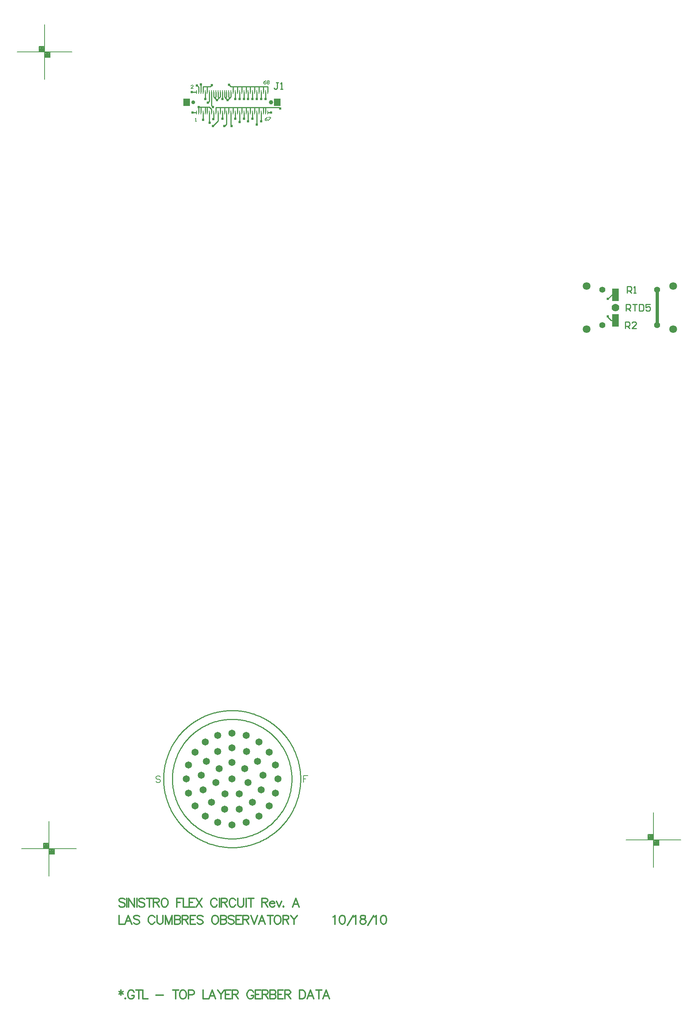
<source format=gtl>
%FSLAX23Y23*%
%MOIN*%
G70*
G01*
G75*
G04 Layer_Physical_Order=1*
G04 Layer_Color=255*
%ADD10C,0.010*%
%ADD11R,0.010X0.035*%
%ADD12R,0.063X0.071*%
%ADD13R,0.059X0.118*%
%ADD14C,0.030*%
%ADD15C,0.012*%
%ADD16C,0.008*%
%ADD17C,0.005*%
%ADD18C,0.012*%
%ADD19C,0.012*%
%ADD20C,0.065*%
%ADD21C,0.039*%
%ADD22C,0.035*%
%ADD23C,0.070*%
%ADD24C,0.055*%
%ADD25C,0.071*%
%ADD26C,0.024*%
D10*
X14424Y12609D02*
X14424Y12619D01*
X14423Y12629D01*
X14423Y12639D01*
X14422Y12649D01*
X14421Y12659D01*
X14420Y12669D01*
X14419Y12679D01*
X14418Y12689D01*
X14416Y12699D01*
X14414Y12709D01*
X14413Y12718D01*
X14410Y12728D01*
X14408Y12738D01*
X14406Y12748D01*
X14403Y12757D01*
X14400Y12767D01*
X14397Y12777D01*
X14394Y12786D01*
X14391Y12795D01*
X14387Y12805D01*
X14384Y12814D01*
X14380Y12823D01*
X14376Y12833D01*
X14371Y12842D01*
X14367Y12851D01*
X14363Y12860D01*
X14358Y12868D01*
X14353Y12877D01*
X14348Y12886D01*
X14343Y12894D01*
X14338Y12903D01*
X14332Y12911D01*
X14326Y12920D01*
X14321Y12928D01*
X14315Y12936D01*
X14309Y12944D01*
X14302Y12952D01*
X14296Y12959D01*
X14290Y12967D01*
X14283Y12975D01*
X14276Y12982D01*
X14269Y12989D01*
X14262Y12996D01*
X14255Y13003D01*
X14248Y13010D01*
X14240Y13017D01*
X14233Y13023D01*
X14225Y13030D01*
X14217Y13036D01*
X14209Y13042D01*
X14201Y13048D01*
X14193Y13054D01*
X14185Y13060D01*
X14177Y13065D01*
X14168Y13071D01*
X14160Y13076D01*
X14151Y13081D01*
X14142Y13086D01*
X14134Y13091D01*
X14125Y13095D01*
X14116Y13100D01*
X14107Y13104D01*
X14098Y13108D01*
X14088Y13112D01*
X14079Y13116D01*
X14070Y13119D01*
X14060Y13123D01*
X14051Y13126D01*
X14041Y13129D01*
X14032Y13132D01*
X14022Y13135D01*
X14012Y13137D01*
X14003Y13140D01*
X13993Y13142D01*
X13983Y13144D01*
X13973Y13146D01*
X13963Y13147D01*
X13953Y13149D01*
X13944Y13150D01*
X13934Y13151D01*
X13924Y13152D01*
X13914Y13153D01*
X13904Y13154D01*
X13894Y13154D01*
X13884Y13154D01*
X13874D01*
X13864Y13154D01*
X13854Y13154D01*
X13844Y13153D01*
X13834Y13152D01*
X13824Y13151D01*
X13814Y13150D01*
X13804Y13149D01*
X13794Y13147D01*
X13784Y13146D01*
X13774Y13144D01*
X13764Y13142D01*
X13755Y13140D01*
X13745Y13137D01*
X13735Y13135D01*
X13725Y13132D01*
X13716Y13129D01*
X13706Y13126D01*
X13697Y13123D01*
X13687Y13119D01*
X13678Y13116D01*
X13669Y13112D01*
X13660Y13108D01*
X13651Y13104D01*
X13641Y13100D01*
X13632Y13095D01*
X13624Y13091D01*
X13615Y13086D01*
X13606Y13081D01*
X13597Y13076D01*
X13589Y13071D01*
X13580Y13065D01*
X13572Y13060D01*
X13564Y13054D01*
X13556Y13048D01*
X13548Y13042D01*
X13540Y13036D01*
X13532Y13030D01*
X13524Y13023D01*
X13517Y13017D01*
X13509Y13010D01*
X13502Y13003D01*
X13495Y12996D01*
X13488Y12989D01*
X13481Y12982D01*
X13474Y12975D01*
X13468Y12967D01*
X13461Y12959D01*
X13455Y12952D01*
X13448Y12944D01*
X13442Y12936D01*
X13436Y12928D01*
X13431Y12920D01*
X13425Y12911D01*
X13420Y12903D01*
X13414Y12894D01*
X13409Y12886D01*
X13404Y12877D01*
X13399Y12868D01*
X13395Y12860D01*
X13390Y12851D01*
X13386Y12842D01*
X13382Y12833D01*
X13377Y12823D01*
X13374Y12814D01*
X13370Y12805D01*
X13366Y12795D01*
X13363Y12786D01*
X13360Y12777D01*
X13357Y12767D01*
X13354Y12757D01*
X13351Y12748D01*
X13349Y12738D01*
X13347Y12728D01*
X13345Y12718D01*
X13343Y12709D01*
X13341Y12699D01*
X13339Y12689D01*
X13338Y12679D01*
X13337Y12669D01*
X13336Y12659D01*
X13335Y12649D01*
X13334Y12639D01*
X13334Y12629D01*
X13334Y12619D01*
X13334Y12609D01*
X13334Y12599D01*
X13334Y12589D01*
X13334Y12579D01*
X13335Y12569D01*
X13336Y12559D01*
X13337Y12549D01*
X13338Y12539D01*
X13339Y12529D01*
X13341Y12519D01*
X13343Y12510D01*
X13345Y12500D01*
X13347Y12490D01*
X13349Y12480D01*
X13351Y12470D01*
X13354Y12461D01*
X13357Y12451D01*
X13360Y12442D01*
X13363Y12432D01*
X13366Y12423D01*
X13370Y12413D01*
X13374Y12404D01*
X13377Y12395D01*
X13382Y12386D01*
X13386Y12376D01*
X13390Y12367D01*
X13395Y12359D01*
X13399Y12350D01*
X13404Y12341D01*
X13409Y12332D01*
X13414Y12324D01*
X13420Y12315D01*
X13425Y12307D01*
X13431Y12299D01*
X13436Y12290D01*
X13442Y12282D01*
X13448Y12274D01*
X13455Y12266D01*
X13461Y12259D01*
X13468Y12251D01*
X13474Y12244D01*
X13481Y12236D01*
X13488Y12229D01*
X13495Y12222D01*
X13502Y12215D01*
X13509Y12208D01*
X13517Y12201D01*
X13524Y12195D01*
X13532Y12188D01*
X13540Y12182D01*
X13548Y12176D01*
X13556Y12170D01*
X13564Y12164D01*
X13572Y12158D01*
X13580Y12153D01*
X13589Y12147D01*
X13597Y12142D01*
X13606Y12137D01*
X13615Y12132D01*
X13624Y12127D01*
X13632Y12123D01*
X13641Y12118D01*
X13651Y12114D01*
X13660Y12110D01*
X13669Y12106D01*
X13678Y12102D01*
X13687Y12099D01*
X13697Y12095D01*
X13706Y12092D01*
X13716Y12089D01*
X13725Y12086D01*
X13735Y12083D01*
X13745Y12081D01*
X13755Y12078D01*
X13764Y12076D01*
X13774Y12074D01*
X13784Y12072D01*
X13794Y12071D01*
X13804Y12069D01*
X13814Y12068D01*
X13824Y12067D01*
X13834Y12066D01*
X13844Y12065D01*
X13854Y12065D01*
X13864Y12064D01*
X13874Y12064D01*
X13884D01*
X13894Y12064D01*
X13904Y12065D01*
X13914Y12065D01*
X13924Y12066D01*
X13934Y12067D01*
X13944Y12068D01*
X13953Y12069D01*
X13963Y12071D01*
X13973Y12072D01*
X13983Y12074D01*
X13993Y12076D01*
X14003Y12078D01*
X14012Y12081D01*
X14022Y12083D01*
X14032Y12086D01*
X14041Y12089D01*
X14051Y12092D01*
X14060Y12095D01*
X14070Y12099D01*
X14079Y12102D01*
X14088Y12106D01*
X14098Y12110D01*
X14107Y12114D01*
X14116Y12118D01*
X14125Y12123D01*
X14134Y12127D01*
X14142Y12132D01*
X14151Y12137D01*
X14160Y12142D01*
X14168Y12147D01*
X14177Y12153D01*
X14185Y12158D01*
X14193Y12164D01*
X14201Y12170D01*
X14209Y12176D01*
X14217Y12182D01*
X14225Y12188D01*
X14233Y12195D01*
X14240Y12201D01*
X14248Y12208D01*
X14255Y12215D01*
X14262Y12222D01*
X14269Y12229D01*
X14276Y12236D01*
X14283Y12244D01*
X14290Y12251D01*
X14296Y12259D01*
X14302Y12266D01*
X14309Y12274D01*
X14315Y12282D01*
X14321Y12290D01*
X14326Y12299D01*
X14332Y12307D01*
X14338Y12315D01*
X14343Y12324D01*
X14348Y12332D01*
X14353Y12341D01*
X14358Y12350D01*
X14363Y12359D01*
X14367Y12367D01*
X14371Y12376D01*
X14376Y12386D01*
X14380Y12395D01*
X14384Y12404D01*
X14387Y12413D01*
X14391Y12423D01*
X14394Y12432D01*
X14397Y12442D01*
X14400Y12451D01*
X14403Y12461D01*
X14406Y12470D01*
X14408Y12480D01*
X14410Y12490D01*
X14413Y12500D01*
X14414Y12510D01*
X14416Y12519D01*
X14418Y12529D01*
X14419Y12539D01*
X14420Y12549D01*
X14421Y12559D01*
X14422Y12569D01*
X14423Y12579D01*
X14423Y12589D01*
X14424Y12599D01*
X14424Y12609D01*
X14504D02*
X14504Y12619D01*
X14503Y12629D01*
X14503Y12639D01*
X14502Y12649D01*
X14502Y12659D01*
X14501Y12669D01*
X14500Y12679D01*
X14499Y12689D01*
X14497Y12699D01*
X14496Y12709D01*
X14494Y12718D01*
X14492Y12728D01*
X14490Y12738D01*
X14488Y12748D01*
X14486Y12758D01*
X14483Y12767D01*
X14481Y12777D01*
X14478Y12786D01*
X14475Y12796D01*
X14472Y12806D01*
X14469Y12815D01*
X14465Y12824D01*
X14462Y12834D01*
X14458Y12843D01*
X14454Y12852D01*
X14450Y12861D01*
X14446Y12871D01*
X14442Y12880D01*
X14438Y12889D01*
X14433Y12898D01*
X14428Y12906D01*
X14424Y12915D01*
X14419Y12924D01*
X14414Y12932D01*
X14408Y12941D01*
X14403Y12949D01*
X14397Y12958D01*
X14392Y12966D01*
X14386Y12974D01*
X14380Y12982D01*
X14374Y12990D01*
X14368Y12998D01*
X14362Y13006D01*
X14355Y13013D01*
X14349Y13021D01*
X14342Y13028D01*
X14335Y13036D01*
X14328Y13043D01*
X14321Y13050D01*
X14314Y13057D01*
X14307Y13064D01*
X14300Y13071D01*
X14292Y13078D01*
X14285Y13084D01*
X14277Y13091D01*
X14269Y13097D01*
X14262Y13103D01*
X14254Y13109D01*
X14246Y13115D01*
X14237Y13121D01*
X14229Y13127D01*
X14221Y13132D01*
X14212Y13137D01*
X14204Y13143D01*
X14195Y13148D01*
X14187Y13153D01*
X14178Y13158D01*
X14169Y13162D01*
X14160Y13167D01*
X14151Y13171D01*
X14142Y13176D01*
X14133Y13180D01*
X14124Y13184D01*
X14115Y13188D01*
X14106Y13191D01*
X14096Y13195D01*
X14087Y13198D01*
X14077Y13202D01*
X14068Y13205D01*
X14058Y13208D01*
X14049Y13211D01*
X14039Y13213D01*
X14029Y13216D01*
X14020Y13218D01*
X14010Y13220D01*
X14000Y13222D01*
X13990Y13224D01*
X13981Y13226D01*
X13971Y13227D01*
X13961Y13229D01*
X13951Y13230D01*
X13941Y13231D01*
X13931Y13232D01*
X13921Y13233D01*
X13911Y13233D01*
X13901Y13234D01*
X13891Y13234D01*
X13881Y13234D01*
X13871Y13234D01*
X13861Y13234D01*
X13851Y13234D01*
X13841Y13233D01*
X13831Y13232D01*
X13821Y13231D01*
X13811Y13230D01*
X13801Y13229D01*
X13791Y13228D01*
X13782Y13227D01*
X13772Y13225D01*
X13762Y13223D01*
X13752Y13221D01*
X13742Y13219D01*
X13733Y13217D01*
X13723Y13214D01*
X13713Y13212D01*
X13704Y13209D01*
X13694Y13206D01*
X13684Y13203D01*
X13675Y13200D01*
X13666Y13197D01*
X13656Y13193D01*
X13647Y13190D01*
X13638Y13186D01*
X13628Y13182D01*
X13619Y13178D01*
X13610Y13174D01*
X13601Y13169D01*
X13592Y13165D01*
X13584Y13160D01*
X13575Y13155D01*
X13566Y13150D01*
X13557Y13145D01*
X13549Y13140D01*
X13540Y13135D01*
X13532Y13129D01*
X13524Y13124D01*
X13516Y13118D01*
X13508Y13112D01*
X13500Y13106D01*
X13492Y13100D01*
X13484Y13094D01*
X13476Y13087D01*
X13469Y13081D01*
X13461Y13074D01*
X13454Y13068D01*
X13446Y13061D01*
X13439Y13054D01*
X13432Y13047D01*
X13425Y13039D01*
X13418Y13032D01*
X13412Y13025D01*
X13405Y13017D01*
X13399Y13010D01*
X13392Y13002D01*
X13386Y12994D01*
X13380Y12986D01*
X13374Y12978D01*
X13368Y12970D01*
X13363Y12962D01*
X13357Y12953D01*
X13352Y12945D01*
X13346Y12937D01*
X13341Y12928D01*
X13336Y12919D01*
X13331Y12911D01*
X13326Y12902D01*
X13322Y12893D01*
X13317Y12884D01*
X13313Y12875D01*
X13309Y12866D01*
X13305Y12857D01*
X13301Y12848D01*
X13297Y12838D01*
X13294Y12829D01*
X13290Y12820D01*
X13287Y12810D01*
X13284Y12801D01*
X13281Y12791D01*
X13278Y12782D01*
X13275Y12772D01*
X13273Y12762D01*
X13270Y12753D01*
X13268Y12743D01*
X13266Y12733D01*
X13264Y12723D01*
X13262Y12714D01*
X13261Y12704D01*
X13259Y12694D01*
X13258Y12684D01*
X13257Y12674D01*
X13256Y12664D01*
X13255Y12654D01*
X13255Y12644D01*
X13254Y12634D01*
X13254Y12624D01*
X13254Y12614D01*
Y12604D01*
X13254Y12594D01*
X13254Y12584D01*
X13255Y12574D01*
X13255Y12564D01*
X13256Y12554D01*
X13257Y12544D01*
X13258Y12534D01*
X13259Y12524D01*
X13261Y12515D01*
X13262Y12505D01*
X13264Y12495D01*
X13266Y12485D01*
X13268Y12475D01*
X13270Y12465D01*
X13273Y12456D01*
X13275Y12446D01*
X13278Y12436D01*
X13281Y12427D01*
X13284Y12417D01*
X13287Y12408D01*
X13290Y12398D01*
X13294Y12389D01*
X13297Y12380D01*
X13301Y12370D01*
X13305Y12361D01*
X13309Y12352D01*
X13313Y12343D01*
X13317Y12334D01*
X13322Y12325D01*
X13326Y12316D01*
X13331Y12307D01*
X13336Y12299D01*
X13341Y12290D01*
X13346Y12282D01*
X13352Y12273D01*
X13357Y12265D01*
X13363Y12256D01*
X13368Y12248D01*
X13374Y12240D01*
X13380Y12232D01*
X13386Y12224D01*
X13392Y12216D01*
X13399Y12209D01*
X13405Y12201D01*
X13412Y12193D01*
X13418Y12186D01*
X13425Y12179D01*
X13432Y12172D01*
X13439Y12164D01*
X13446Y12157D01*
X13454Y12151D01*
X13461Y12144D01*
X13469Y12137D01*
X13476Y12131D01*
X13484Y12124D01*
X13492Y12118D01*
X13500Y12112D01*
X13508Y12106D01*
X13516Y12100D01*
X13524Y12094D01*
X13532Y12089D01*
X13540Y12083D01*
X13549Y12078D01*
X13557Y12073D01*
X13566Y12068D01*
X13575Y12063D01*
X13584Y12058D01*
X13592Y12053D01*
X13601Y12049D01*
X13610Y12045D01*
X13619Y12040D01*
X13628Y12036D01*
X13638Y12032D01*
X13647Y12029D01*
X13656Y12025D01*
X13666Y12021D01*
X13675Y12018D01*
X13684Y12015D01*
X13694Y12012D01*
X13704Y12009D01*
X13713Y12006D01*
X13723Y12004D01*
X13733Y12001D01*
X13742Y11999D01*
X13752Y11997D01*
X13762Y11995D01*
X13772Y11993D01*
X13782Y11992D01*
X13791Y11990D01*
X13801Y11989D01*
X13811Y11988D01*
X13821Y11987D01*
X13831Y11986D01*
X13841Y11985D01*
X13851Y11985D01*
X13861Y11984D01*
X13871Y11984D01*
X13881Y11984D01*
X13891Y11984D01*
X13901Y11984D01*
X13911Y11985D01*
X13921Y11985D01*
X13931Y11986D01*
X13941Y11987D01*
X13951Y11988D01*
X13961Y11989D01*
X13971Y11991D01*
X13981Y11992D01*
X13990Y11994D01*
X14000Y11996D01*
X14010Y11998D01*
X14020Y12000D01*
X14029Y12003D01*
X14039Y12005D01*
X14049Y12008D01*
X14058Y12010D01*
X14068Y12013D01*
X14077Y12016D01*
X14087Y12020D01*
X14096Y12023D01*
X14106Y12027D01*
X14115Y12030D01*
X14124Y12034D01*
X14133Y12038D01*
X14142Y12042D01*
X14151Y12047D01*
X14160Y12051D01*
X14169Y12056D01*
X14178Y12060D01*
X14187Y12065D01*
X14195Y12070D01*
X14204Y12075D01*
X14212Y12081D01*
X14221Y12086D01*
X14229Y12092D01*
X14237Y12097D01*
X14246Y12103D01*
X14254Y12109D01*
X14262Y12115D01*
X14269Y12121D01*
X14277Y12128D01*
X14285Y12134D01*
X14292Y12141D01*
X14300Y12147D01*
X14307Y12154D01*
X14314Y12161D01*
X14321Y12168D01*
X14328Y12175D01*
X14335Y12182D01*
X14342Y12190D01*
X14349Y12197D01*
X14355Y12205D01*
X14362Y12212D01*
X14368Y12220D01*
X14374Y12228D01*
X14380Y12236D01*
X14386Y12244D01*
X14392Y12252D01*
X14397Y12261D01*
X14403Y12269D01*
X14408Y12277D01*
X14414Y12286D01*
X14419Y12294D01*
X14424Y12303D01*
X14428Y12312D01*
X14433Y12321D01*
X14438Y12330D01*
X14442Y12339D01*
X14446Y12348D01*
X14450Y12357D01*
X14454Y12366D01*
X14458Y12375D01*
X14462Y12384D01*
X14465Y12394D01*
X14469Y12403D01*
X14472Y12413D01*
X14475Y12422D01*
X14478Y12432D01*
X14481Y12441D01*
X14483Y12451D01*
X14486Y12461D01*
X14488Y12470D01*
X14490Y12480D01*
X14492Y12490D01*
X14494Y12500D01*
X14496Y12510D01*
X14497Y12519D01*
X14499Y12529D01*
X14500Y12539D01*
X14501Y12549D01*
X14502Y12559D01*
X14502Y12569D01*
X14503Y12579D01*
X14503Y12589D01*
X14504Y12599D01*
X14504Y12609D01*
Y12609D01*
X13851Y18942D02*
X13867Y18926D01*
X14203D01*
X13680D02*
X13693Y18939D01*
X13613Y18926D02*
X13680D01*
X13558Y18938D02*
X13573Y18922D01*
Y18876D02*
Y18922D01*
X14203Y18876D02*
Y18926D01*
X14164Y18876D02*
Y18926D01*
X14125Y18876D02*
Y18926D01*
X14085Y18876D02*
Y18926D01*
X14046Y18876D02*
Y18926D01*
X13613Y18876D02*
Y18926D01*
X13652Y18876D02*
Y18926D01*
X13888Y18876D02*
Y18926D01*
X13928Y18876D02*
Y18926D01*
X13967Y18876D02*
Y18926D01*
X14007Y18876D02*
Y18926D01*
X14307Y18738D02*
X14319Y18726D01*
X13731Y18738D02*
X14307D01*
X13573Y18739D02*
X13672D01*
X13692Y18719D01*
Y18689D02*
Y18719D01*
X13652Y18689D02*
Y18739D01*
X13573Y18689D02*
Y18739D01*
X13593Y18689D02*
Y18739D01*
X13633Y18689D02*
Y18739D01*
X14184Y18689D02*
Y18738D01*
X14164Y18689D02*
Y18738D01*
X14125Y18689D02*
Y18738D01*
X14085Y18689D02*
Y18738D01*
X14046Y18689D02*
Y18738D01*
X14007Y18689D02*
Y18738D01*
X13967Y18689D02*
Y18738D01*
X13928Y18689D02*
Y18738D01*
X13731Y18689D02*
Y18738D01*
X13770Y18689D02*
Y18738D01*
X13810Y18689D02*
Y18738D01*
X13849Y18689D02*
Y18738D01*
X13888Y18689D02*
Y18738D01*
X13659Y18779D02*
X13672Y18792D01*
X13692Y18754D02*
X13704Y18741D01*
X14184Y18813D02*
Y18876D01*
X14144Y18813D02*
Y18876D01*
X14105Y18813D02*
Y18876D01*
X14066Y18813D02*
Y18876D01*
X14026Y18813D02*
Y18876D01*
X13633Y18813D02*
Y18876D01*
X13672Y18792D02*
Y18876D01*
X13692Y18754D02*
Y18876D01*
X13790Y18813D02*
Y18876D01*
X13908Y18813D02*
Y18876D01*
X13947Y18813D02*
Y18876D01*
X13987Y18813D02*
Y18876D01*
X13672Y18598D02*
X13673Y18597D01*
X13672Y18598D02*
Y18689D01*
X13708Y18629D02*
X13711Y18632D01*
Y18689D01*
X13704Y18566D02*
X13751Y18612D01*
Y18689D01*
X13790Y18632D02*
X13790Y18632D01*
X13790Y18632D02*
Y18689D01*
X13808Y18566D02*
X13810D01*
X13829Y18585D01*
Y18689D01*
X13869Y18571D02*
X13873Y18567D01*
X13869Y18571D02*
Y18689D01*
X13908Y18633D02*
X13908Y18633D01*
X13908Y18633D02*
Y18689D01*
X13947Y18602D02*
X13947Y18602D01*
X13947Y18602D02*
Y18689D01*
X13987Y18634D02*
X13987Y18634D01*
X13987Y18634D02*
Y18689D01*
X14066Y18633D02*
X14066Y18633D01*
X14066Y18633D02*
Y18689D01*
X14105Y18581D02*
X14105Y18581D01*
X14105Y18581D02*
Y18689D01*
X17347Y17028D02*
X17378D01*
X17309Y16990D02*
X17347Y17028D01*
X17337Y16792D02*
X17378D01*
X17308Y16822D02*
X17337Y16792D01*
X17308Y16822D02*
Y16829D01*
X13869Y18834D02*
Y18876D01*
X13849Y18830D02*
Y18876D01*
X13839Y18805D02*
X13857Y18823D01*
X13869Y18834D01*
X13849Y18830D02*
X13857Y18823D01*
X13810Y18834D02*
Y18876D01*
X13829Y18835D02*
Y18876D01*
X13819Y18825D02*
X13839Y18805D01*
X13810Y18834D02*
X13819Y18825D01*
X13829Y18835D01*
X13770Y18834D02*
Y18876D01*
X13711Y18834D02*
Y18876D01*
X13731Y18833D02*
Y18876D01*
X13722Y18824D02*
X13741Y18805D01*
X13711Y18834D02*
X13722Y18824D01*
X13731Y18833D01*
X13751Y18832D02*
Y18876D01*
Y18832D02*
X13759Y18823D01*
X13741Y18805D02*
X13759Y18823D01*
X13770Y18834D01*
X13519Y18689D02*
X13554D01*
X13518Y18689D02*
X13519Y18689D01*
X13613Y18623D02*
Y18689D01*
Y18623D02*
X13613Y18623D01*
X14144Y18611D02*
Y18689D01*
X14143Y18610D02*
X14144Y18611D01*
X14203Y18689D02*
X14234D01*
X14234Y18690D01*
X14026Y18610D02*
Y18689D01*
Y18610D02*
X14026Y18610D01*
X13593Y18876D02*
Y18947D01*
X13593Y18947D01*
X13512Y18876D02*
X13554D01*
X13511Y18877D02*
X13512Y18876D01*
X14301Y18964D02*
X14281D01*
X14291D01*
Y18914D01*
X14281Y18904D01*
X14271D01*
X14261Y18914D01*
X14321Y18904D02*
X14341D01*
X14331D01*
Y18964D01*
X14321Y18954D01*
X17483Y17042D02*
Y17102D01*
X17513D01*
X17523Y17092D01*
Y17072D01*
X17513Y17062D01*
X17483D01*
X17503D02*
X17523Y17042D01*
X17543D02*
X17563D01*
X17553D01*
Y17102D01*
X17543Y17092D01*
X17468Y16721D02*
Y16781D01*
X17498D01*
X17508Y16771D01*
Y16751D01*
X17498Y16741D01*
X17468D01*
X17488D02*
X17508Y16721D01*
X17568D02*
X17528D01*
X17568Y16761D01*
Y16771D01*
X17558Y16781D01*
X17538D01*
X17528Y16771D01*
X17473Y16881D02*
Y16941D01*
X17503D01*
X17513Y16931D01*
Y16911D01*
X17503Y16901D01*
X17473D01*
X17493D02*
X17513Y16881D01*
X17533Y16941D02*
X17573D01*
X17553D01*
Y16881D01*
X17593Y16941D02*
Y16881D01*
X17623D01*
X17633Y16891D01*
Y16931D01*
X17623Y16941D01*
X17593D01*
X17693D02*
X17653D01*
Y16911D01*
X17673Y16921D01*
X17683D01*
X17693Y16911D01*
Y16891D01*
X17683Y16881D01*
X17663D01*
X17653Y16891D01*
D11*
X14203Y18689D02*
D03*
X14184D02*
D03*
X14164D02*
D03*
X14144D02*
D03*
X14125D02*
D03*
X14105D02*
D03*
X14085D02*
D03*
X14066D02*
D03*
X14046D02*
D03*
X14026D02*
D03*
X14007D02*
D03*
X13987D02*
D03*
X13967D02*
D03*
X13947D02*
D03*
X13928D02*
D03*
X13908D02*
D03*
X13888D02*
D03*
X13869D02*
D03*
X13849D02*
D03*
X13829D02*
D03*
X13810D02*
D03*
X13790D02*
D03*
X13770D02*
D03*
X13751D02*
D03*
X13731D02*
D03*
X13711D02*
D03*
X13692D02*
D03*
X13672D02*
D03*
X13652D02*
D03*
X13633D02*
D03*
X13613D02*
D03*
X13593D02*
D03*
X13573D02*
D03*
X13554D02*
D03*
X14203Y18876D02*
D03*
X14184D02*
D03*
X14164D02*
D03*
X14144D02*
D03*
X14125D02*
D03*
X14105D02*
D03*
X14085D02*
D03*
X14066D02*
D03*
X14046D02*
D03*
X14026D02*
D03*
X14007D02*
D03*
X13987D02*
D03*
X13967D02*
D03*
X13947D02*
D03*
X13928D02*
D03*
X13908D02*
D03*
X13888D02*
D03*
X13869D02*
D03*
X13849D02*
D03*
X13829D02*
D03*
X13810D02*
D03*
X13790D02*
D03*
X13770D02*
D03*
X13751D02*
D03*
X13731D02*
D03*
X13711D02*
D03*
X13692D02*
D03*
X13672D02*
D03*
X13652D02*
D03*
X13633D02*
D03*
X13613D02*
D03*
X13593D02*
D03*
X13573D02*
D03*
X13554D02*
D03*
D12*
X13465Y18783D02*
D03*
X14292D02*
D03*
D13*
X17378Y16792D02*
D03*
Y17028D02*
D03*
D14*
X17759Y16749D02*
Y17072D01*
D15*
X12866Y10682D02*
Y10637D01*
X12847Y10671D02*
X12885Y10648D01*
Y10671D02*
X12847Y10648D01*
X12906Y10610D02*
X12902Y10606D01*
X12906Y10602D01*
X12909Y10606D01*
X12906Y10610D01*
X12984Y10663D02*
X12980Y10671D01*
X12973Y10679D01*
X12965Y10682D01*
X12950D01*
X12942Y10679D01*
X12935Y10671D01*
X12931Y10663D01*
X12927Y10652D01*
Y10633D01*
X12931Y10621D01*
X12935Y10614D01*
X12942Y10606D01*
X12950Y10602D01*
X12965D01*
X12973Y10606D01*
X12980Y10614D01*
X12984Y10621D01*
Y10633D01*
X12965D02*
X12984D01*
X13029Y10682D02*
Y10602D01*
X13002Y10682D02*
X13056D01*
X13065D02*
Y10602D01*
X13111D01*
X13183Y10637D02*
X13251D01*
X13364Y10682D02*
Y10602D01*
X13338Y10682D02*
X13391D01*
X13423D02*
X13416Y10679D01*
X13408Y10671D01*
X13404Y10663D01*
X13400Y10652D01*
Y10633D01*
X13404Y10621D01*
X13408Y10614D01*
X13416Y10606D01*
X13423Y10602D01*
X13438D01*
X13446Y10606D01*
X13454Y10614D01*
X13458Y10621D01*
X13461Y10633D01*
Y10652D01*
X13458Y10663D01*
X13454Y10671D01*
X13446Y10679D01*
X13438Y10682D01*
X13423D01*
X13480Y10640D02*
X13514D01*
X13526Y10644D01*
X13530Y10648D01*
X13533Y10656D01*
Y10667D01*
X13530Y10675D01*
X13526Y10679D01*
X13514Y10682D01*
X13480D01*
Y10602D01*
X13614Y10682D02*
Y10602D01*
X13660D01*
X13729D02*
X13699Y10682D01*
X13669Y10602D01*
X13680Y10629D02*
X13718D01*
X13748Y10682D02*
X13779Y10644D01*
Y10602D01*
X13809Y10682D02*
X13779Y10644D01*
X13869Y10682D02*
X13819D01*
Y10602D01*
X13869D01*
X13819Y10644D02*
X13850D01*
X13882Y10682D02*
Y10602D01*
Y10682D02*
X13916D01*
X13928Y10679D01*
X13932Y10675D01*
X13936Y10667D01*
Y10659D01*
X13932Y10652D01*
X13928Y10648D01*
X13916Y10644D01*
X13882D01*
X13909D02*
X13936Y10602D01*
X14073Y10663D02*
X14070Y10671D01*
X14062Y10679D01*
X14054Y10682D01*
X14039D01*
X14032Y10679D01*
X14024Y10671D01*
X14020Y10663D01*
X14016Y10652D01*
Y10633D01*
X14020Y10621D01*
X14024Y10614D01*
X14032Y10606D01*
X14039Y10602D01*
X14054D01*
X14062Y10606D01*
X14070Y10614D01*
X14073Y10621D01*
Y10633D01*
X14054D02*
X14073D01*
X14141Y10682D02*
X14092D01*
Y10602D01*
X14141D01*
X14092Y10644D02*
X14122D01*
X14155Y10682D02*
Y10602D01*
Y10682D02*
X14189D01*
X14200Y10679D01*
X14204Y10675D01*
X14208Y10667D01*
Y10659D01*
X14204Y10652D01*
X14200Y10648D01*
X14189Y10644D01*
X14155D01*
X14181D02*
X14208Y10602D01*
X14226Y10682D02*
Y10602D01*
Y10682D02*
X14260D01*
X14271Y10679D01*
X14275Y10675D01*
X14279Y10667D01*
Y10659D01*
X14275Y10652D01*
X14271Y10648D01*
X14260Y10644D01*
X14226D02*
X14260D01*
X14271Y10640D01*
X14275Y10637D01*
X14279Y10629D01*
Y10618D01*
X14275Y10610D01*
X14271Y10606D01*
X14260Y10602D01*
X14226D01*
X14346Y10682D02*
X14297D01*
Y10602D01*
X14346D01*
X14297Y10644D02*
X14327D01*
X14360Y10682D02*
Y10602D01*
Y10682D02*
X14394D01*
X14406Y10679D01*
X14409Y10675D01*
X14413Y10667D01*
Y10659D01*
X14409Y10652D01*
X14406Y10648D01*
X14394Y10644D01*
X14360D01*
X14386D02*
X14413Y10602D01*
X14494Y10682D02*
Y10602D01*
Y10682D02*
X14521D01*
X14532Y10679D01*
X14540Y10671D01*
X14543Y10663D01*
X14547Y10652D01*
Y10633D01*
X14543Y10621D01*
X14540Y10614D01*
X14532Y10606D01*
X14521Y10602D01*
X14494D01*
X14626D02*
X14596Y10682D01*
X14565Y10602D01*
X14577Y10629D02*
X14615D01*
X14671Y10682D02*
Y10602D01*
X14645Y10682D02*
X14698D01*
X14768Y10602D02*
X14738Y10682D01*
X14708Y10602D01*
X14719Y10629D02*
X14757D01*
D16*
X14571Y12640D02*
X14531D01*
Y12610D01*
X14551D01*
X14531D01*
Y12580D01*
X13225Y12628D02*
X13215Y12638D01*
X13195D01*
X13185Y12628D01*
Y12618D01*
X13195Y12608D01*
X13215D01*
X13225Y12598D01*
Y12588D01*
X13215Y12578D01*
X13195D01*
X13185Y12588D01*
X12137Y19267D02*
X12147D01*
X12137Y19262D02*
Y19272D01*
Y19262D02*
X12147D01*
Y19272D01*
X12137D02*
X12147D01*
X12132Y19257D02*
Y19272D01*
Y19257D02*
X12152D01*
Y19277D01*
X12132D02*
X12152D01*
X12127Y19252D02*
Y19277D01*
Y19252D02*
X12157D01*
Y19282D01*
X12127D02*
X12157D01*
X12122Y19247D02*
Y19287D01*
Y19247D02*
X12162D01*
Y19287D01*
X12122D02*
X12162D01*
X12187Y19217D02*
X12197D01*
X12187Y19212D02*
Y19222D01*
Y19212D02*
X12197D01*
Y19222D01*
X12187D02*
X12197D01*
X12182Y19207D02*
Y19222D01*
Y19207D02*
X12202D01*
Y19227D01*
X12182D02*
X12202D01*
X12177Y19202D02*
Y19227D01*
Y19202D02*
X12207D01*
Y19232D01*
X12177D02*
X12207D01*
X12172Y19197D02*
Y19237D01*
Y19197D02*
X12212D01*
Y19237D01*
X12172D02*
X12212D01*
X12167Y19192D02*
X12217D01*
Y19242D01*
X12117Y19292D02*
X12167D01*
X12117Y19242D02*
Y19292D01*
X12167Y18992D02*
Y19492D01*
X11917Y19242D02*
X12417D01*
X11957Y11972D02*
X12457D01*
X12207Y11722D02*
Y12222D01*
X12157Y11972D02*
Y12022D01*
X12207D01*
X12257Y11922D02*
Y11972D01*
X12207Y11922D02*
X12257D01*
X12212Y11967D02*
X12252D01*
Y11927D02*
Y11967D01*
X12212Y11927D02*
X12252D01*
X12212D02*
Y11967D01*
X12217Y11962D02*
X12247D01*
Y11932D02*
Y11962D01*
X12217Y11932D02*
X12247D01*
X12217D02*
Y11957D01*
X12222D02*
X12242D01*
Y11937D02*
Y11957D01*
X12222Y11937D02*
X12242D01*
X12222D02*
Y11952D01*
X12227D02*
X12237D01*
Y11942D02*
Y11952D01*
X12227Y11942D02*
X12237D01*
X12227D02*
Y11952D01*
Y11947D02*
X12237D01*
X12162Y12017D02*
X12202D01*
Y11977D02*
Y12017D01*
X12162Y11977D02*
X12202D01*
X12162D02*
Y12017D01*
X12167Y12012D02*
X12197D01*
Y11982D02*
Y12012D01*
X12167Y11982D02*
X12197D01*
X12167D02*
Y12007D01*
X12172D02*
X12192D01*
Y11987D02*
Y12007D01*
X12172Y11987D02*
X12192D01*
X12172D02*
Y12002D01*
X12177D02*
X12187D01*
Y11992D02*
Y12002D01*
X12177Y11992D02*
X12187D01*
X12177D02*
Y12002D01*
Y11997D02*
X12187D01*
X17476Y12053D02*
X17976D01*
X17726Y11803D02*
Y12303D01*
X17676Y12053D02*
Y12103D01*
X17726D01*
X17776Y12003D02*
Y12053D01*
X17726Y12003D02*
X17776D01*
X17731Y12048D02*
X17771D01*
Y12008D02*
Y12048D01*
X17731Y12008D02*
X17771D01*
X17731D02*
Y12048D01*
X17736Y12043D02*
X17766D01*
Y12013D02*
Y12043D01*
X17736Y12013D02*
X17766D01*
X17736D02*
Y12038D01*
X17741D02*
X17761D01*
Y12018D02*
Y12038D01*
X17741Y12018D02*
X17761D01*
X17741D02*
Y12033D01*
X17746D02*
X17756D01*
Y12023D02*
Y12033D01*
X17746Y12023D02*
X17756D01*
X17746D02*
Y12033D01*
Y12028D02*
X17756D01*
X17681Y12098D02*
X17721D01*
Y12058D02*
Y12098D01*
X17681Y12058D02*
X17721D01*
X17681D02*
Y12098D01*
X17686Y12093D02*
X17716D01*
Y12063D02*
Y12093D01*
X17686Y12063D02*
X17716D01*
X17686D02*
Y12088D01*
X17691D02*
X17711D01*
Y12068D02*
Y12088D01*
X17691Y12068D02*
X17711D01*
X17691D02*
Y12083D01*
X17696D02*
X17706D01*
Y12073D02*
Y12083D01*
X17696Y12073D02*
X17706D01*
X17696D02*
Y12083D01*
Y12078D02*
X17706D01*
D17*
X13543Y18609D02*
X13553D01*
X13548D01*
Y18639D01*
X13543Y18634D01*
X13525Y18910D02*
X13505D01*
X13525Y18930D01*
Y18935D01*
X13520Y18940D01*
X13510D01*
X13505Y18935D01*
X14200Y18646D02*
X14190Y18641D01*
X14180Y18631D01*
Y18621D01*
X14185Y18616D01*
X14195D01*
X14200Y18621D01*
Y18626D01*
X14195Y18631D01*
X14180D01*
X14210Y18646D02*
X14230D01*
Y18641D01*
X14210Y18621D01*
Y18616D01*
X14189Y18981D02*
X14179Y18976D01*
X14169Y18966D01*
Y18956D01*
X14174Y18951D01*
X14184D01*
X14189Y18956D01*
Y18961D01*
X14184Y18966D01*
X14169D01*
X14199Y18976D02*
X14204Y18981D01*
X14214D01*
X14219Y18976D01*
Y18971D01*
X14214Y18966D01*
X14219Y18961D01*
Y18956D01*
X14214Y18951D01*
X14204D01*
X14199Y18956D01*
Y18961D01*
X14204Y18966D01*
X14199Y18971D01*
Y18976D01*
X14204Y18966D02*
X14214D01*
D18*
X12901Y11510D02*
X12893Y11517D01*
X12882Y11521D01*
X12866D01*
X12855Y11517D01*
X12847Y11510D01*
Y11502D01*
X12851Y11495D01*
X12855Y11491D01*
X12863Y11487D01*
X12885Y11479D01*
X12893Y11476D01*
X12897Y11472D01*
X12901Y11464D01*
Y11453D01*
X12893Y11445D01*
X12882Y11441D01*
X12866D01*
X12855Y11445D01*
X12847Y11453D01*
X12919Y11521D02*
Y11441D01*
X12935Y11521D02*
Y11441D01*
Y11521D02*
X12989Y11441D01*
Y11521D02*
Y11441D01*
X13011Y11521D02*
Y11441D01*
X13081Y11510D02*
X13073Y11517D01*
X13062Y11521D01*
X13047D01*
X13035Y11517D01*
X13028Y11510D01*
Y11502D01*
X13031Y11495D01*
X13035Y11491D01*
X13043Y11487D01*
X13066Y11479D01*
X13073Y11476D01*
X13077Y11472D01*
X13081Y11464D01*
Y11453D01*
X13073Y11445D01*
X13062Y11441D01*
X13047D01*
X13035Y11445D01*
X13028Y11453D01*
X13125Y11521D02*
Y11441D01*
X13099Y11521D02*
X13152D01*
X13162D02*
Y11441D01*
Y11521D02*
X13196D01*
X13207Y11517D01*
X13211Y11514D01*
X13215Y11506D01*
Y11498D01*
X13211Y11491D01*
X13207Y11487D01*
X13196Y11483D01*
X13162D01*
X13188D02*
X13215Y11441D01*
X13256Y11521D02*
X13248Y11517D01*
X13240Y11510D01*
X13237Y11502D01*
X13233Y11491D01*
Y11472D01*
X13237Y11460D01*
X13240Y11453D01*
X13248Y11445D01*
X13256Y11441D01*
X13271D01*
X13279Y11445D01*
X13286Y11453D01*
X13290Y11460D01*
X13294Y11472D01*
Y11491D01*
X13290Y11502D01*
X13286Y11510D01*
X13279Y11517D01*
X13271Y11521D01*
X13256D01*
X13375D02*
Y11441D01*
Y11521D02*
X13425D01*
X13375Y11483D02*
X13406D01*
X13434Y11521D02*
Y11441D01*
X13480D01*
X13538Y11521D02*
X13488D01*
Y11441D01*
X13538D01*
X13488Y11483D02*
X13519D01*
X13551Y11521D02*
X13605Y11441D01*
Y11521D02*
X13551Y11441D01*
X13742Y11502D02*
X13739Y11510D01*
X13731Y11517D01*
X13723Y11521D01*
X13708D01*
X13701Y11517D01*
X13693Y11510D01*
X13689Y11502D01*
X13685Y11491D01*
Y11472D01*
X13689Y11460D01*
X13693Y11453D01*
X13701Y11445D01*
X13708Y11441D01*
X13723D01*
X13731Y11445D01*
X13739Y11453D01*
X13742Y11460D01*
X13765Y11521D02*
Y11441D01*
X13782Y11521D02*
Y11441D01*
Y11521D02*
X13816D01*
X13827Y11517D01*
X13831Y11514D01*
X13835Y11506D01*
Y11498D01*
X13831Y11491D01*
X13827Y11487D01*
X13816Y11483D01*
X13782D01*
X13808D02*
X13835Y11441D01*
X13910Y11502D02*
X13906Y11510D01*
X13899Y11517D01*
X13891Y11521D01*
X13876D01*
X13868Y11517D01*
X13860Y11510D01*
X13857Y11502D01*
X13853Y11491D01*
Y11472D01*
X13857Y11460D01*
X13860Y11453D01*
X13868Y11445D01*
X13876Y11441D01*
X13891D01*
X13899Y11445D01*
X13906Y11453D01*
X13910Y11460D01*
X13932Y11521D02*
Y11464D01*
X13936Y11453D01*
X13944Y11445D01*
X13955Y11441D01*
X13963D01*
X13974Y11445D01*
X13982Y11453D01*
X13986Y11464D01*
Y11521D01*
X14008D02*
Y11441D01*
X14051Y11521D02*
Y11441D01*
X14025Y11521D02*
X14078D01*
X14150D02*
Y11441D01*
Y11521D02*
X14185D01*
X14196Y11517D01*
X14200Y11514D01*
X14204Y11506D01*
Y11498D01*
X14200Y11491D01*
X14196Y11487D01*
X14185Y11483D01*
X14150D01*
X14177D02*
X14204Y11441D01*
X14222Y11472D02*
X14267D01*
Y11479D01*
X14263Y11487D01*
X14260Y11491D01*
X14252Y11495D01*
X14241D01*
X14233Y11491D01*
X14225Y11483D01*
X14222Y11472D01*
Y11464D01*
X14225Y11453D01*
X14233Y11445D01*
X14241Y11441D01*
X14252D01*
X14260Y11445D01*
X14267Y11453D01*
X14284Y11495D02*
X14307Y11441D01*
X14330Y11495D02*
X14307Y11441D01*
X14347Y11449D02*
X14343Y11445D01*
X14347Y11441D01*
X14351Y11445D01*
X14347Y11449D01*
X14492Y11441D02*
X14462Y11521D01*
X14431Y11441D01*
X14442Y11468D02*
X14481D01*
D19*
X12847Y11365D02*
Y11285D01*
X12893D01*
X12963D02*
X12932Y11365D01*
X12902Y11285D01*
X12913Y11312D02*
X12951D01*
X13035Y11353D02*
X13027Y11361D01*
X13016Y11365D01*
X13000D01*
X12989Y11361D01*
X12981Y11353D01*
Y11346D01*
X12985Y11338D01*
X12989Y11334D01*
X12997Y11331D01*
X13020Y11323D01*
X13027Y11319D01*
X13031Y11315D01*
X13035Y11308D01*
Y11296D01*
X13027Y11289D01*
X13016Y11285D01*
X13000D01*
X12989Y11289D01*
X12981Y11296D01*
X13173Y11346D02*
X13169Y11353D01*
X13161Y11361D01*
X13154Y11365D01*
X13138D01*
X13131Y11361D01*
X13123Y11353D01*
X13119Y11346D01*
X13116Y11334D01*
Y11315D01*
X13119Y11304D01*
X13123Y11296D01*
X13131Y11289D01*
X13138Y11285D01*
X13154D01*
X13161Y11289D01*
X13169Y11296D01*
X13173Y11304D01*
X13195Y11365D02*
Y11308D01*
X13199Y11296D01*
X13207Y11289D01*
X13218Y11285D01*
X13226D01*
X13237Y11289D01*
X13245Y11296D01*
X13248Y11308D01*
Y11365D01*
X13271D02*
Y11285D01*
Y11365D02*
X13301Y11285D01*
X13331Y11365D02*
X13301Y11285D01*
X13331Y11365D02*
Y11285D01*
X13354Y11365D02*
Y11285D01*
Y11365D02*
X13389D01*
X13400Y11361D01*
X13404Y11357D01*
X13408Y11350D01*
Y11342D01*
X13404Y11334D01*
X13400Y11331D01*
X13389Y11327D01*
X13354D02*
X13389D01*
X13400Y11323D01*
X13404Y11319D01*
X13408Y11312D01*
Y11300D01*
X13404Y11293D01*
X13400Y11289D01*
X13389Y11285D01*
X13354D01*
X13426Y11365D02*
Y11285D01*
Y11365D02*
X13460D01*
X13471Y11361D01*
X13475Y11357D01*
X13479Y11350D01*
Y11342D01*
X13475Y11334D01*
X13471Y11331D01*
X13460Y11327D01*
X13426D01*
X13452D02*
X13479Y11285D01*
X13546Y11365D02*
X13497D01*
Y11285D01*
X13546D01*
X13497Y11327D02*
X13527D01*
X13613Y11353D02*
X13605Y11361D01*
X13594Y11365D01*
X13579D01*
X13567Y11361D01*
X13560Y11353D01*
Y11346D01*
X13563Y11338D01*
X13567Y11334D01*
X13575Y11331D01*
X13598Y11323D01*
X13605Y11319D01*
X13609Y11315D01*
X13613Y11308D01*
Y11296D01*
X13605Y11289D01*
X13594Y11285D01*
X13579D01*
X13567Y11289D01*
X13560Y11296D01*
X13717Y11365D02*
X13709Y11361D01*
X13701Y11353D01*
X13697Y11346D01*
X13694Y11334D01*
Y11315D01*
X13697Y11304D01*
X13701Y11296D01*
X13709Y11289D01*
X13717Y11285D01*
X13732D01*
X13739Y11289D01*
X13747Y11296D01*
X13751Y11304D01*
X13755Y11315D01*
Y11334D01*
X13751Y11346D01*
X13747Y11353D01*
X13739Y11361D01*
X13732Y11365D01*
X13717D01*
X13773D02*
Y11285D01*
Y11365D02*
X13808D01*
X13819Y11361D01*
X13823Y11357D01*
X13827Y11350D01*
Y11342D01*
X13823Y11334D01*
X13819Y11331D01*
X13808Y11327D01*
X13773D02*
X13808D01*
X13819Y11323D01*
X13823Y11319D01*
X13827Y11312D01*
Y11300D01*
X13823Y11293D01*
X13819Y11289D01*
X13808Y11285D01*
X13773D01*
X13898Y11353D02*
X13890Y11361D01*
X13879Y11365D01*
X13864D01*
X13852Y11361D01*
X13844Y11353D01*
Y11346D01*
X13848Y11338D01*
X13852Y11334D01*
X13860Y11331D01*
X13883Y11323D01*
X13890Y11319D01*
X13894Y11315D01*
X13898Y11308D01*
Y11296D01*
X13890Y11289D01*
X13879Y11285D01*
X13864D01*
X13852Y11289D01*
X13844Y11296D01*
X13965Y11365D02*
X13916D01*
Y11285D01*
X13965D01*
X13916Y11327D02*
X13946D01*
X13979Y11365D02*
Y11285D01*
Y11365D02*
X14013D01*
X14024Y11361D01*
X14028Y11357D01*
X14032Y11350D01*
Y11342D01*
X14028Y11334D01*
X14024Y11331D01*
X14013Y11327D01*
X13979D01*
X14005D02*
X14032Y11285D01*
X14050Y11365D02*
X14080Y11285D01*
X14111Y11365D02*
X14080Y11285D01*
X14182D02*
X14151Y11365D01*
X14121Y11285D01*
X14132Y11312D02*
X14171D01*
X14227Y11365D02*
Y11285D01*
X14201Y11365D02*
X14254D01*
X14286D02*
X14279Y11361D01*
X14271Y11353D01*
X14267Y11346D01*
X14263Y11334D01*
Y11315D01*
X14267Y11304D01*
X14271Y11296D01*
X14279Y11289D01*
X14286Y11285D01*
X14302D01*
X14309Y11289D01*
X14317Y11296D01*
X14321Y11304D01*
X14324Y11315D01*
Y11334D01*
X14321Y11346D01*
X14317Y11353D01*
X14309Y11361D01*
X14302Y11365D01*
X14286D01*
X14343D02*
Y11285D01*
Y11365D02*
X14377D01*
X14389Y11361D01*
X14393Y11357D01*
X14396Y11350D01*
Y11342D01*
X14393Y11334D01*
X14389Y11331D01*
X14377Y11327D01*
X14343D01*
X14370D02*
X14396Y11285D01*
X14414Y11365D02*
X14445Y11327D01*
Y11285D01*
X14475Y11365D02*
X14445Y11327D01*
X14800Y11350D02*
X14807Y11353D01*
X14819Y11365D01*
Y11285D01*
X14881Y11365D02*
X14870Y11361D01*
X14862Y11350D01*
X14858Y11331D01*
Y11319D01*
X14862Y11300D01*
X14870Y11289D01*
X14881Y11285D01*
X14889D01*
X14900Y11289D01*
X14908Y11300D01*
X14912Y11319D01*
Y11331D01*
X14908Y11350D01*
X14900Y11361D01*
X14889Y11365D01*
X14881D01*
X14930Y11273D02*
X14983Y11365D01*
X14988Y11350D02*
X14996Y11353D01*
X15007Y11365D01*
Y11285D01*
X15066Y11365D02*
X15055Y11361D01*
X15051Y11353D01*
Y11346D01*
X15055Y11338D01*
X15062Y11334D01*
X15077Y11331D01*
X15089Y11327D01*
X15096Y11319D01*
X15100Y11312D01*
Y11300D01*
X15096Y11293D01*
X15093Y11289D01*
X15081Y11285D01*
X15066D01*
X15055Y11289D01*
X15051Y11293D01*
X15047Y11300D01*
Y11312D01*
X15051Y11319D01*
X15058Y11327D01*
X15070Y11331D01*
X15085Y11334D01*
X15093Y11338D01*
X15096Y11346D01*
Y11353D01*
X15093Y11361D01*
X15081Y11365D01*
X15066D01*
X15118Y11273D02*
X15171Y11365D01*
X15177Y11350D02*
X15184Y11353D01*
X15196Y11365D01*
Y11285D01*
X15258Y11365D02*
X15247Y11361D01*
X15239Y11350D01*
X15235Y11331D01*
Y11319D01*
X15239Y11300D01*
X15247Y11289D01*
X15258Y11285D01*
X15266D01*
X15277Y11289D01*
X15285Y11300D01*
X15289Y11319D01*
Y11331D01*
X15285Y11350D01*
X15277Y11361D01*
X15266Y11365D01*
X15258D01*
D20*
X14008Y13007D02*
D03*
X14124Y12947D02*
D03*
X14217Y12855D02*
D03*
X14276Y12738D02*
D03*
X14297Y12609D02*
D03*
X14276Y12480D02*
D03*
X14217Y12363D02*
D03*
X14124Y12271D02*
D03*
X14008Y12212D02*
D03*
X13879Y12191D02*
D03*
X13749Y12212D02*
D03*
X13633Y12271D02*
D03*
X13540Y12363D02*
D03*
X13481Y12480D02*
D03*
X13461Y12609D02*
D03*
X13481Y12738D02*
D03*
X13540Y12855D02*
D03*
X13633Y12947D02*
D03*
X13749Y13007D02*
D03*
X13879Y13027D02*
D03*
X14010Y12860D02*
D03*
X14111Y12770D02*
D03*
X14160Y12643D02*
D03*
X14143Y12509D02*
D03*
X14066Y12397D02*
D03*
X13946Y12334D02*
D03*
X13811Y12334D02*
D03*
X13691Y12397D02*
D03*
X13614Y12509D02*
D03*
X13598Y12643D02*
D03*
X13646Y12770D02*
D03*
X13747Y12860D02*
D03*
X13879Y12892D02*
D03*
X13996Y12703D02*
D03*
X14025Y12576D02*
D03*
X13944Y12474D02*
D03*
X13813Y12474D02*
D03*
X13732Y12576D02*
D03*
X13761Y12703D02*
D03*
X13879Y12759D02*
D03*
Y12609D02*
D03*
D21*
X14233Y18783D02*
D03*
D22*
X13524D02*
D03*
D23*
X17378Y16910D02*
D03*
D24*
X17259Y16749D02*
D03*
X17759D02*
D03*
Y17072D02*
D03*
X17259D02*
D03*
D25*
X17903Y17107D02*
D03*
Y16713D02*
D03*
X17116Y16714D02*
D03*
Y17108D02*
D03*
D26*
X13851Y18942D02*
D03*
X13693Y18939D02*
D03*
X13558Y18938D02*
D03*
X14319Y18726D02*
D03*
X13573Y18739D02*
D03*
X13633Y18813D02*
D03*
X13659Y18779D02*
D03*
X13704Y18741D02*
D03*
X13790Y18813D02*
D03*
X13908D02*
D03*
X13947D02*
D03*
X13987D02*
D03*
X14026D02*
D03*
X14066D02*
D03*
X14105D02*
D03*
X14144D02*
D03*
X14184D02*
D03*
X13673Y18597D02*
D03*
X13708Y18629D02*
D03*
X13704Y18566D02*
D03*
X13790Y18632D02*
D03*
X13808Y18566D02*
D03*
X13873Y18567D02*
D03*
X13908Y18633D02*
D03*
X13947Y18602D02*
D03*
X13987Y18634D02*
D03*
X14066Y18633D02*
D03*
X14105Y18581D02*
D03*
X17309Y16990D02*
D03*
X17308Y16829D02*
D03*
X13839Y18805D02*
D03*
X13741D02*
D03*
X13518Y18689D02*
D03*
X13613Y18623D02*
D03*
X14143Y18610D02*
D03*
X14234Y18690D02*
D03*
X14026Y18610D02*
D03*
X13593Y18947D02*
D03*
X13511Y18877D02*
D03*
M02*

</source>
